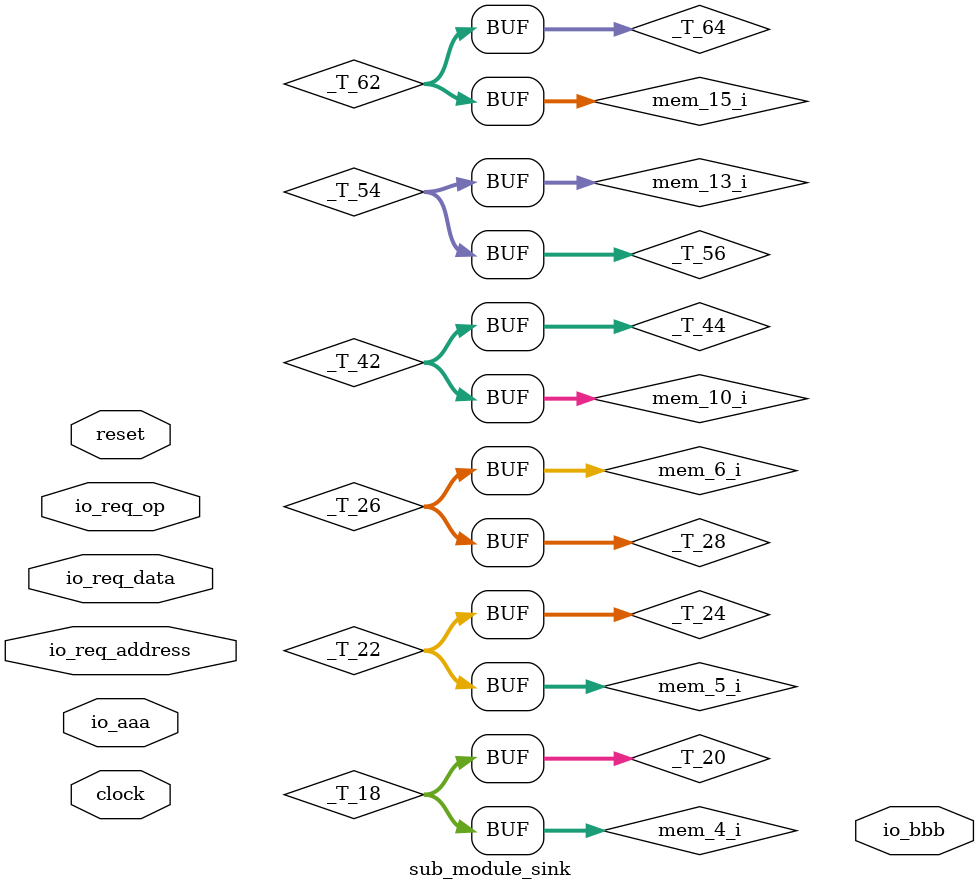
<source format=v>
module module_top(
    input  wire  io_in0, //@ demo_module.py:42
    input  wire  io_in1, //@ demo_module.py:43
    output wire  io_out, //@ demo_module.py:44
    input  wire  clock, //@ phgl_generator.py:85
    input  wire  reset  //@ phgl_generator.py:85
);
    wire  _T_0; //@ demo_module.py:48
    wire [3:0] md_source_io_req_op; //@ demo_module.py:50
    wire [3:0] md_source_io_req_address; //@ demo_module.py:50
    wire [31:0] md_source_io_req_data; //@ demo_module.py:50
    wire  md_source_io_aaa; //@ demo_module.py:50
    wire  md_source_io_bbb; //@ demo_module.py:50
    wire  md_source_clock; //@ demo_module.py:50
    wire  md_source_reset; //@ demo_module.py:50
    wire [3:0] md_sink_io_req_op; //@ demo_module.py:51
    wire [3:0] md_sink_io_req_address; //@ demo_module.py:51
    wire [31:0] md_sink_io_req_data; //@ demo_module.py:51
    wire  md_sink_io_aaa; //@ demo_module.py:51
    wire  md_sink_io_bbb; //@ demo_module.py:51
    wire  md_sink_clock; //@ demo_module.py:51
    wire  md_sink_reset; //@ demo_module.py:51
    assign _T_0 = (io_in0 & io_in1); //@ demo_module.py:48
    assign io_out = _T_0; //@ demo_module.py:48
    sub_module_source md_source( //@ demo_module.py:50
        .io_req_op(md_source_io_req_op),
        .io_req_address(md_source_io_req_address),
        .io_req_data(md_source_io_req_data),
        .io_aaa(md_source_io_aaa),
        .io_bbb(md_source_io_bbb),
        .clock(md_source_clock),
        .reset(md_source_reset)
    );
    assign md_source_clock = clock; //@ demo_module.py:50
    assign md_source_reset = reset; //@ demo_module.py:50
    sub_module_sink md_sink( //@ demo_module.py:51
        .io_req_op(md_sink_io_req_op),
        .io_req_address(md_sink_io_req_address),
        .io_req_data(md_sink_io_req_data),
        .io_aaa(md_sink_io_aaa),
        .io_bbb(md_sink_io_bbb),
        .clock(md_sink_clock),
        .reset(md_sink_reset)
    );
    assign md_sink_clock = clock; //@ demo_module.py:51
    assign md_sink_reset = reset; //@ demo_module.py:51
    assign md_sink_io_req_data = md_source_io_req_data; //@ demo_module.py:52
    assign md_sink_io_req_address = md_source_io_req_address; //@ demo_module.py:52
    assign md_sink_io_req_op = md_source_io_req_op; //@ demo_module.py:52
    assign md_sink_io_aaa = md_source_io_aaa; //@ demo_module.py:53
    assign md_source_io_bbb = md_sink_io_bbb; //@ demo_module.py:54
endmodule
module sub_module_source(
    output wire [3:0] io_req_op, //@ demo_module.py:5
    output wire [3:0] io_req_address, //@ demo_module.py:6
    output wire [31:0] io_req_data, //@ demo_module.py:7
    output wire  io_aaa, //@ demo_module.py:14
    input  wire  io_bbb, //@ demo_module.py:15
    input  wire  clock, //@ demo_module.py:50
    input  wire  reset  //@ demo_module.py:50
);
    assign io_req_op = 4'h1; //@ demo_module.py:20
    assign io_req_address = 4'h5; //@ demo_module.py:21
    assign io_req_data = 32'h12345678; //@ demo_module.py:22
endmodule
module sub_module_sink(
    input  wire [3:0] io_req_op, //@ demo_module.py:5
    input  wire [3:0] io_req_address, //@ demo_module.py:6
    input  wire [31:0] io_req_data, //@ demo_module.py:7
    input  wire  io_aaa, //@ demo_module.py:29
    output wire  io_bbb, //@ demo_module.py:30
    input  wire  clock, //@ demo_module.py:51
    input  wire  reset  //@ demo_module.py:51
);
    wire [31:0] mem_0_i; //@ demo_module.py:35
    reg  [31:0] mem_0_o; //@ demo_module.py:35
    wire [31:0] mem_1_i; //@ demo_module.py:35
    reg  [31:0] mem_1_o; //@ demo_module.py:35
    wire [31:0] mem_2_i; //@ demo_module.py:35
    reg  [31:0] mem_2_o; //@ demo_module.py:35
    wire [31:0] mem_3_i; //@ demo_module.py:35
    reg  [31:0] mem_3_o; //@ demo_module.py:35
    wire [31:0] mem_4_i; //@ demo_module.py:35
    reg  [31:0] mem_4_o; //@ demo_module.py:35
    wire [31:0] mem_5_i; //@ demo_module.py:35
    reg  [31:0] mem_5_o; //@ demo_module.py:35
    wire [31:0] mem_6_i; //@ demo_module.py:35
    reg  [31:0] mem_6_o; //@ demo_module.py:35
    wire [31:0] mem_7_i; //@ demo_module.py:35
    reg  [31:0] mem_7_o; //@ demo_module.py:35
    wire [31:0] mem_8_i; //@ demo_module.py:35
    reg  [31:0] mem_8_o; //@ demo_module.py:35
    wire [31:0] mem_9_i; //@ demo_module.py:35
    reg  [31:0] mem_9_o; //@ demo_module.py:35
    wire [31:0] mem_10_i; //@ demo_module.py:35
    reg  [31:0] mem_10_o; //@ demo_module.py:35
    wire [31:0] mem_11_i; //@ demo_module.py:35
    reg  [31:0] mem_11_o; //@ demo_module.py:35
    wire [31:0] mem_12_i; //@ demo_module.py:35
    reg  [31:0] mem_12_o; //@ demo_module.py:35
    wire [31:0] mem_13_i; //@ demo_module.py:35
    reg  [31:0] mem_13_o; //@ demo_module.py:35
    wire [31:0] mem_14_i; //@ demo_module.py:35
    reg  [31:0] mem_14_o; //@ demo_module.py:35
    wire [31:0] mem_15_i; //@ demo_module.py:35
    reg  [31:0] mem_15_o; //@ demo_module.py:35
    wire  _T_0; //@ demo_module.py:36
    wire  _T_1; //@ demo_module.py:37
    wire [31:0] _T_2; //@ demo_module.py:37
    wire  _T_3; //@ demo_module.py:37
    wire [31:0] _T_4; //@ demo_module.py:37
    wire  _T_5; //@ demo_module.py:37
    wire [31:0] _T_6; //@ demo_module.py:37
    wire  _T_7; //@ demo_module.py:37
    wire [31:0] _T_8; //@ demo_module.py:37
    wire  _T_9; //@ demo_module.py:37
    wire [31:0] _T_10; //@ demo_module.py:37
    wire  _T_11; //@ demo_module.py:37
    wire [31:0] _T_12; //@ demo_module.py:37
    wire  _T_13; //@ demo_module.py:37
    wire [31:0] _T_14; //@ demo_module.py:37
    wire  _T_15; //@ demo_module.py:37
    wire [31:0] _T_16; //@ demo_module.py:37
    wire  _T_17; //@ demo_module.py:37
    wire [31:0] _T_18; //@ demo_module.py:37
    wire  _T_19; //@ demo_module.py:37
    wire [31:0] _T_20; //@ demo_module.py:37
    wire  _T_21; //@ demo_module.py:37
    wire [31:0] _T_22; //@ demo_module.py:37
    wire  _T_23; //@ demo_module.py:37
    wire [31:0] _T_24; //@ demo_module.py:37
    wire  _T_25; //@ demo_module.py:37
    wire [31:0] _T_26; //@ demo_module.py:37
    wire  _T_27; //@ demo_module.py:37
    wire [31:0] _T_28; //@ demo_module.py:37
    wire  _T_29; //@ demo_module.py:37
    wire [31:0] _T_30; //@ demo_module.py:37
    wire  _T_31; //@ demo_module.py:37
    wire [31:0] _T_32; //@ demo_module.py:37
    wire  _T_33; //@ demo_module.py:37
    wire [31:0] _T_34; //@ demo_module.py:37
    wire  _T_35; //@ demo_module.py:37
    wire [31:0] _T_36; //@ demo_module.py:37
    wire  _T_37; //@ demo_module.py:37
    wire [31:0] _T_38; //@ demo_module.py:37
    wire  _T_39; //@ demo_module.py:37
    wire [31:0] _T_40; //@ demo_module.py:37
    wire  _T_41; //@ demo_module.py:37
    wire [31:0] _T_42; //@ demo_module.py:37
    wire  _T_43; //@ demo_module.py:37
    wire [31:0] _T_44; //@ demo_module.py:37
    wire  _T_45; //@ demo_module.py:37
    wire [31:0] _T_46; //@ demo_module.py:37
    wire  _T_47; //@ demo_module.py:37
    wire [31:0] _T_48; //@ demo_module.py:37
    wire  _T_49; //@ demo_module.py:37
    wire [31:0] _T_50; //@ demo_module.py:37
    wire  _T_51; //@ demo_module.py:37
    wire [31:0] _T_52; //@ demo_module.py:37
    wire  _T_53; //@ demo_module.py:37
    wire [31:0] _T_54; //@ demo_module.py:37
    wire  _T_55; //@ demo_module.py:37
    wire [31:0] _T_56; //@ demo_module.py:37
    wire  _T_57; //@ demo_module.py:37
    wire [31:0] _T_58; //@ demo_module.py:37
    wire  _T_59; //@ demo_module.py:37
    wire [31:0] _T_60; //@ demo_module.py:37
    wire  _T_61; //@ demo_module.py:37
    wire [31:0] _T_62; //@ demo_module.py:37
    wire  _T_63; //@ demo_module.py:37
    wire [31:0] _T_64; //@ demo_module.py:37
    always @(posedge clock) //@ demo_module.py:35
        mem_0_o <= mem_0_i;
    always @(posedge clock) //@ demo_module.py:35
        mem_1_o <= mem_1_i;
    always @(posedge clock) //@ demo_module.py:35
        mem_2_o <= mem_2_i;
    always @(posedge clock) //@ demo_module.py:35
        mem_3_o <= mem_3_i;
    always @(posedge clock) //@ demo_module.py:35
        mem_4_o <= mem_4_i;
    always @(posedge clock) //@ demo_module.py:35
        mem_5_o <= mem_5_i;
    always @(posedge clock) //@ demo_module.py:35
        mem_6_o <= mem_6_i;
    always @(posedge clock) //@ demo_module.py:35
        mem_7_o <= mem_7_i;
    always @(posedge clock) //@ demo_module.py:35
        mem_8_o <= mem_8_i;
    always @(posedge clock) //@ demo_module.py:35
        mem_9_o <= mem_9_i;
    always @(posedge clock) //@ demo_module.py:35
        mem_10_o <= mem_10_i;
    always @(posedge clock) //@ demo_module.py:35
        mem_11_o <= mem_11_i;
    always @(posedge clock) //@ demo_module.py:35
        mem_12_o <= mem_12_i;
    always @(posedge clock) //@ demo_module.py:35
        mem_13_o <= mem_13_i;
    always @(posedge clock) //@ demo_module.py:35
        mem_14_o <= mem_14_i;
    always @(posedge clock) //@ demo_module.py:35
        mem_15_o <= mem_15_i;
    assign _T_0 = (io_req_op == 4'h1); //@ demo_module.py:36
    assign _T_1 = (io_req_address == 4'h0); //@ demo_module.py:37
    assign _T_3 = (_T_0 & _T_1); //@ demo_module.py:37
    assign _T_4 = (_T_3 ? io_req_data : mem_0_o); //@ demo_module.py:37
    assign _T_2 = _T_4; //@ demo_module.py:37
    assign mem_0_i = _T_2; //@ demo_module.py:37
    assign _T_5 = (io_req_address == 4'h1); //@ demo_module.py:37
    assign _T_7 = (_T_0 & _T_5); //@ demo_module.py:37
    assign _T_8 = (_T_7 ? io_req_data : mem_1_o); //@ demo_module.py:37
    assign _T_6 = _T_8; //@ demo_module.py:37
    assign mem_1_i = _T_6; //@ demo_module.py:37
    assign _T_9 = (io_req_address == 4'h2); //@ demo_module.py:37
    assign _T_11 = (_T_0 & _T_9); //@ demo_module.py:37
    assign _T_12 = (_T_11 ? io_req_data : mem_2_o); //@ demo_module.py:37
    assign _T_10 = _T_12; //@ demo_module.py:37
    assign mem_2_i = _T_10; //@ demo_module.py:37
    assign _T_13 = (io_req_address == 4'h3); //@ demo_module.py:37
    assign _T_15 = (_T_0 & _T_13); //@ demo_module.py:37
    assign _T_16 = (_T_15 ? io_req_data : mem_3_o); //@ demo_module.py:37
    assign _T_14 = _T_16; //@ demo_module.py:37
    assign mem_3_i = _T_14; //@ demo_module.py:37
    assign _T_17 = (io_req_address == 4'h4); //@ demo_module.py:37
    assign _T_19 = (_T_0 & _T_17); //@ demo_module.py:37
    assign _T_20 = (_T_19 ? io_req_data : mem_4_o); //@ demo_module.py:37
    assign _T_18 = _T_20; //@ demo_module.py:37
    assign mem_4_i = _T_18; //@ demo_module.py:37
    assign _T_21 = (io_req_address == 4'h5); //@ demo_module.py:37
    assign _T_23 = (_T_0 & _T_21); //@ demo_module.py:37
    assign _T_24 = (_T_23 ? io_req_data : mem_5_o); //@ demo_module.py:37
    assign _T_22 = _T_24; //@ demo_module.py:37
    assign mem_5_i = _T_22; //@ demo_module.py:37
    assign _T_25 = (io_req_address == 4'h6); //@ demo_module.py:37
    assign _T_27 = (_T_0 & _T_25); //@ demo_module.py:37
    assign _T_28 = (_T_27 ? io_req_data : mem_6_o); //@ demo_module.py:37
    assign _T_26 = _T_28; //@ demo_module.py:37
    assign mem_6_i = _T_26; //@ demo_module.py:37
    assign _T_29 = (io_req_address == 4'h7); //@ demo_module.py:37
    assign _T_31 = (_T_0 & _T_29); //@ demo_module.py:37
    assign _T_32 = (_T_31 ? io_req_data : mem_7_o); //@ demo_module.py:37
    assign _T_30 = _T_32; //@ demo_module.py:37
    assign mem_7_i = _T_30; //@ demo_module.py:37
    assign _T_33 = (io_req_address == 4'h8); //@ demo_module.py:37
    assign _T_35 = (_T_0 & _T_33); //@ demo_module.py:37
    assign _T_36 = (_T_35 ? io_req_data : mem_8_o); //@ demo_module.py:37
    assign _T_34 = _T_36; //@ demo_module.py:37
    assign mem_8_i = _T_34; //@ demo_module.py:37
    assign _T_37 = (io_req_address == 4'h9); //@ demo_module.py:37
    assign _T_39 = (_T_0 & _T_37); //@ demo_module.py:37
    assign _T_40 = (_T_39 ? io_req_data : mem_9_o); //@ demo_module.py:37
    assign _T_38 = _T_40; //@ demo_module.py:37
    assign mem_9_i = _T_38; //@ demo_module.py:37
    assign _T_41 = (io_req_address == 4'ha); //@ demo_module.py:37
    assign _T_43 = (_T_0 & _T_41); //@ demo_module.py:37
    assign _T_44 = (_T_43 ? io_req_data : mem_10_o); //@ demo_module.py:37
    assign _T_42 = _T_44; //@ demo_module.py:37
    assign mem_10_i = _T_42; //@ demo_module.py:37
    assign _T_45 = (io_req_address == 4'hb); //@ demo_module.py:37
    assign _T_47 = (_T_0 & _T_45); //@ demo_module.py:37
    assign _T_48 = (_T_47 ? io_req_data : mem_11_o); //@ demo_module.py:37
    assign _T_46 = _T_48; //@ demo_module.py:37
    assign mem_11_i = _T_46; //@ demo_module.py:37
    assign _T_49 = (io_req_address == 4'hc); //@ demo_module.py:37
    assign _T_51 = (_T_0 & _T_49); //@ demo_module.py:37
    assign _T_52 = (_T_51 ? io_req_data : mem_12_o); //@ demo_module.py:37
    assign _T_50 = _T_52; //@ demo_module.py:37
    assign mem_12_i = _T_50; //@ demo_module.py:37
    assign _T_53 = (io_req_address == 4'hd); //@ demo_module.py:37
    assign _T_55 = (_T_0 & _T_53); //@ demo_module.py:37
    assign _T_56 = (_T_55 ? io_req_data : mem_13_o); //@ demo_module.py:37
    assign _T_54 = _T_56; //@ demo_module.py:37
    assign mem_13_i = _T_54; //@ demo_module.py:37
    assign _T_57 = (io_req_address == 4'he); //@ demo_module.py:37
    assign _T_59 = (_T_0 & _T_57); //@ demo_module.py:37
    assign _T_60 = (_T_59 ? io_req_data : mem_14_o); //@ demo_module.py:37
    assign _T_58 = _T_60; //@ demo_module.py:37
    assign mem_14_i = _T_58; //@ demo_module.py:37
    assign _T_61 = (io_req_address == 4'hf); //@ demo_module.py:37
    assign _T_63 = (_T_0 & _T_61); //@ demo_module.py:37
    assign _T_64 = (_T_63 ? io_req_data : mem_15_o); //@ demo_module.py:37
    assign _T_62 = _T_64; //@ demo_module.py:37
    assign mem_15_i = _T_62; //@ demo_module.py:37
endmodule

</source>
